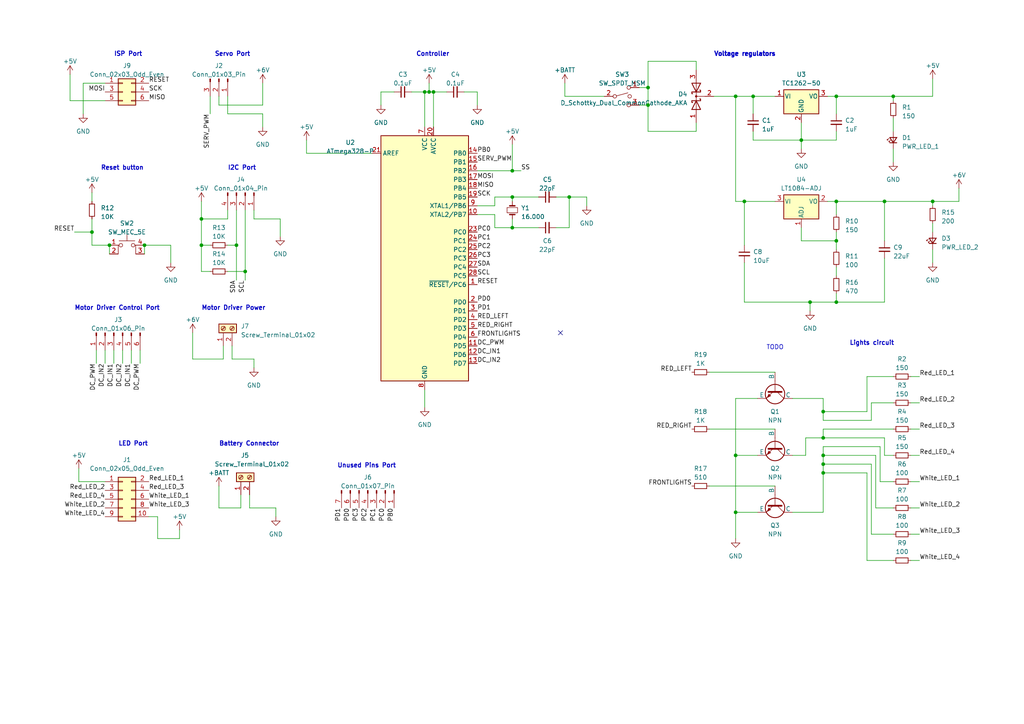
<source format=kicad_sch>
(kicad_sch (version 20230121) (generator eeschema)
  (paper "A4")
  (title_block (title "RC Car Controller") (date "2023-04-27") (comment 1 "P1NHE4D") (comment 2 "Designed by"))
  (lib_symbols
    (symbol "Connector:Conn_01x03_Pin" (pin_names (offset 1.016) hide)
      (property "Reference" "J" (at 0 5.08 0))
      (property "Value" "Conn_01x03_Pin" (at 0 -5.08 0))
      (symbol "Conn_01x03_Pin_1_1"
        (pin passive line (at 5.08 2.54 180) (length 3.81) (name "Pin_1") (number "1"))
        (pin passive line (at 5.08 0 180) (length 3.81) (name "Pin_2") (number "2"))
        (pin passive line (at 5.08 -2.54 180) (length 3.81) (name "Pin_3") (number "3"))
      )
    )
    (symbol "Connector:Conn_01x04_Pin" (pin_names (offset 1.016) hide)
      (property "Reference" "J" (at 0 5.08 0))
      (property "Value" "Conn_01x04_Pin" (at 0 -7.62 0))
      (symbol "Conn_01x04_Pin_1_1"
        (pin passive line (at 5.08 2.54 180) (length 3.81) (name "Pin_1") (number "1"))
        (pin passive line (at 5.08 0 180) (length 3.81) (name "Pin_2") (number "2"))
        (pin passive line (at 5.08 -2.54 180) (length 3.81) (name "Pin_3") (number "3"))
        (pin passive line (at 5.08 -5.08 180) (length 3.81) (name "Pin_4") (number "4"))
      )
    )
    (symbol "Connector:Conn_01x06_Pin" (pin_names (offset 1.016) hide)
      (property "Reference" "J" (at 0 7.62 0))
      (property "Value" "Conn_01x06_Pin" (at 0 -10.16 0))
      (symbol "Conn_01x06_Pin_1_1"
        (pin passive line (at 5.08 5.08 180) (length 3.81) (name "Pin_1") (number "1"))
        (pin passive line (at 5.08 2.54 180) (length 3.81) (name "Pin_2") (number "2"))
        (pin passive line (at 5.08 0 180) (length 3.81) (name "Pin_3") (number "3"))
        (pin passive line (at 5.08 -2.54 180) (length 3.81) (name "Pin_4") (number "4"))
        (pin passive line (at 5.08 -5.08 180) (length 3.81) (name "Pin_5") (number "5"))
        (pin passive line (at 5.08 -7.62 180) (length 3.81) (name "Pin_6") (number "6"))
      )
    )
    (symbol "Connector:Conn_01x07_Pin" (pin_names (offset 1.016) hide)
      (property "Reference" "J" (at 0 10.16 0))
      (property "Value" "Conn_01x07_Pin" (at 0 -10.16 0))
      (symbol "Conn_01x07_Pin_1_1"
        (pin passive line (at 5.08 7.62 180) (length 3.81) (name "Pin_1") (number "1"))
        (pin passive line (at 5.08 5.08 180) (length 3.81) (name "Pin_2") (number "2"))
        (pin passive line (at 5.08 2.54 180) (length 3.81) (name "Pin_3") (number "3"))
        (pin passive line (at 5.08 0 180) (length 3.81) (name "Pin_4") (number "4"))
        (pin passive line (at 5.08 -2.54 180) (length 3.81) (name "Pin_5") (number "5"))
        (pin passive line (at 5.08 -5.08 180) (length 3.81) (name "Pin_6") (number "6"))
        (pin passive line (at 5.08 -7.62 180) (length 3.81) (name "Pin_7") (number "7"))
      )
    )
    (symbol "Connector:Screw_Terminal_01x02" (pin_names (offset 1.016) hide)
      (property "Reference" "J" (at 0 2.54 0))
      (property "Value" "Screw_Terminal_01x02" (at 0 -5.08 0))
      (symbol "Screw_Terminal_01x02_1_1"
        (pin passive line (at -5.08 0 0) (length 3.81) (name "Pin_1") (number "1"))
        (pin passive line (at -5.08 -2.54 0) (length 3.81) (name "Pin_2") (number "2"))
      )
    )
    (symbol "Connector_Generic:Conn_02x03_Odd_Even" (pin_names (offset 1.016) hide)
      (property "Reference" "J" (at 1.27 5.08 0))
      (property "Value" "Conn_02x03_Odd_Even" (at 1.27 -5.08 0))
      (symbol "Conn_02x03_Odd_Even_1_1"
        (pin passive line (at -5.08 2.54 0) (length 3.81) (name "Pin_1") (number "1"))
        (pin passive line (at 7.62 2.54 180) (length 3.81) (name "Pin_2") (number "2"))
        (pin passive line (at -5.08 0 0) (length 3.81) (name "Pin_3") (number "3"))
        (pin passive line (at 7.62 0 180) (length 3.81) (name "Pin_4") (number "4"))
        (pin passive line (at -5.08 -2.54 0) (length 3.81) (name "Pin_5") (number "5"))
        (pin passive line (at 7.62 -2.54 180) (length 3.81) (name "Pin_6") (number "6"))
      )
    )
    (symbol "Connector_Generic:Conn_02x05_Odd_Even" (pin_names (offset 1.016) hide)
      (property "Reference" "J" (at 1.27 7.62 0))
      (property "Value" "Conn_02x05_Odd_Even" (at 1.27 -7.62 0))
      (symbol "Conn_02x05_Odd_Even_1_1"
        (pin passive line (at -5.08 5.08 0) (length 3.81) (name "Pin_1") (number "1"))
        (pin passive line (at 7.62 -5.08 180) (length 3.81) (name "Pin_10") (number "10"))
        (pin passive line (at 7.62 5.08 180) (length 3.81) (name "Pin_2") (number "2"))
        (pin passive line (at -5.08 2.54 0) (length 3.81) (name "Pin_3") (number "3"))
        (pin passive line (at 7.62 2.54 180) (length 3.81) (name "Pin_4") (number "4"))
        (pin passive line (at -5.08 0 0) (length 3.81) (name "Pin_5") (number "5"))
        (pin passive line (at 7.62 0 180) (length 3.81) (name "Pin_6") (number "6"))
        (pin passive line (at -5.08 -2.54 0) (length 3.81) (name "Pin_7") (number "7"))
        (pin passive line (at 7.62 -2.54 180) (length 3.81) (name "Pin_8") (number "8"))
        (pin passive line (at -5.08 -5.08 0) (length 3.81) (name "Pin_9") (number "9"))
      )
    )
    (symbol "Device:C_Small" (pin_numbers hide) (pin_names (offset 0.254) hide)
      (property "Reference" "C" (at 0.254 1.778 0))
      (property "Value" "C_Small" (at 0.254 -2.032 0))
      (symbol "C_Small_1_1"
        (pin passive line (at 0 2.54 270) (length 2.032) (name "~") (number "1"))
        (pin passive line (at 0 -2.54 90) (length 2.032) (name "~") (number "2"))
      )
    )
    (symbol "Device:Crystal_Small" (pin_numbers hide) (pin_names (offset 1.016) hide)
      (property "Reference" "Y" (at 0 2.54 0))
      (property "Value" "Crystal_Small" (at 0 -2.54 0))
      (symbol "Crystal_Small_1_1"
        (pin passive line (at -2.54 0 0) (length 1.27) (name "1") (number "1"))
        (pin passive line (at 2.54 0 180) (length 1.27) (name "2") (number "2"))
      )
    )
    (symbol "Device:D_Schottky_Dual_CommonCathode_AKA" (pin_names (offset 0.762) hide)
      (property "Reference" "D" (at 1.27 -2.54 0))
      (property "Value" "D_Schottky_Dual_CommonCathode_AKA" (at 0 2.54 0))
      (symbol "D_Schottky_Dual_CommonCathode_AKA_0_1"
        (pin passive line (at -7.62 0 0) (length 3.81) (name "A") (number "1"))
        (pin passive line (at 0 -5.08 90) (length 2.54) (name "K") (number "2"))
        (pin passive line (at 7.62 0 180) (length 3.81) (name "A") (number "3"))
      )
    )
    (symbol "Device:LED_Small" (pin_numbers hide) (pin_names (offset 0.254) hide)
      (property "Reference" "D" (at -1.27 3.175 0))
      (property "Value" "LED_Small" (at -4.445 -2.54 0))
      (symbol "LED_Small_1_1"
        (pin passive line (at -2.54 0 0) (length 1.778) (name "K") (number "1"))
        (pin passive line (at 2.54 0 180) (length 1.778) (name "A") (number "2"))
      )
    )
    (symbol "Device:R_Small" (pin_numbers hide) (pin_names (offset 0.254) hide)
      (property "Reference" "R" (at 0.762 0.508 0))
      (property "Value" "R_Small" (at 0.762 -1.016 0))
      (symbol "R_Small_1_1"
        (pin passive line (at 0 2.54 270) (length 0.762) (name "~") (number "1"))
        (pin passive line (at 0 -2.54 90) (length 0.762) (name "~") (number "2"))
      )
    )
    (symbol "MCU_Microchip_ATmega:ATmega328-P"
      (property "Reference" "U" (at -12.7 36.83 0))
      (property "Value" "ATmega328-P" (at 2.54 -36.83 0))
      (symbol "ATmega328-P_1_1"
        (pin bidirectional line (at 15.24 -7.62 180) (length 2.54) (name "~{RESET}/PC6") (number "1"))
        (pin bidirectional line (at 15.24 12.7 180) (length 2.54) (name "XTAL2/PB7") (number "10"))
        (pin bidirectional line (at 15.24 -25.4 180) (length 2.54) (name "PD5") (number "11"))
        (pin bidirectional line (at 15.24 -27.94 180) (length 2.54) (name "PD6") (number "12"))
        (pin bidirectional line (at 15.24 -30.48 180) (length 2.54) (name "PD7") (number "13"))
        (pin bidirectional line (at 15.24 30.48 180) (length 2.54) (name "PB0") (number "14"))
        (pin bidirectional line (at 15.24 27.94 180) (length 2.54) (name "PB1") (number "15"))
        (pin bidirectional line (at 15.24 25.4 180) (length 2.54) (name "PB2") (number "16"))
        (pin bidirectional line (at 15.24 22.86 180) (length 2.54) (name "PB3") (number "17"))
        (pin bidirectional line (at 15.24 20.32 180) (length 2.54) (name "PB4") (number "18"))
        (pin bidirectional line (at 15.24 17.78 180) (length 2.54) (name "PB5") (number "19"))
        (pin bidirectional line (at 15.24 -12.7 180) (length 2.54) (name "PD0") (number "2"))
        (pin power_in line (at 2.54 38.1 270) (length 2.54) (name "AVCC") (number "20"))
        (pin passive line (at -15.24 30.48 0) (length 2.54) (name "AREF") (number "21"))
        (pin passive line (at 0 -38.1 90) (length 2.54) hide (name "GND") (number "22"))
        (pin bidirectional line (at 15.24 7.62 180) (length 2.54) (name "PC0") (number "23"))
        (pin bidirectional line (at 15.24 5.08 180) (length 2.54) (name "PC1") (number "24"))
        (pin bidirectional line (at 15.24 2.54 180) (length 2.54) (name "PC2") (number "25"))
        (pin bidirectional line (at 15.24 0 180) (length 2.54) (name "PC3") (number "26"))
        (pin bidirectional line (at 15.24 -2.54 180) (length 2.54) (name "PC4") (number "27"))
        (pin bidirectional line (at 15.24 -5.08 180) (length 2.54) (name "PC5") (number "28"))
        (pin bidirectional line (at 15.24 -15.24 180) (length 2.54) (name "PD1") (number "3"))
        (pin bidirectional line (at 15.24 -17.78 180) (length 2.54) (name "PD2") (number "4"))
        (pin bidirectional line (at 15.24 -20.32 180) (length 2.54) (name "PD3") (number "5"))
        (pin bidirectional line (at 15.24 -22.86 180) (length 2.54) (name "PD4") (number "6"))
        (pin power_in line (at 0 38.1 270) (length 2.54) (name "VCC") (number "7"))
        (pin power_in line (at 0 -38.1 90) (length 2.54) (name "GND") (number "8"))
        (pin bidirectional line (at 15.24 15.24 180) (length 2.54) (name "XTAL1/PB6") (number "9"))
      )
    )
    (symbol "Regulator_Linear:LT1084-ADJ" (pin_names (offset 0.254))
      (property "Reference" "U" (at -3.81 3.175 0))
      (property "Value" "LT1084-ADJ" (at 0 3.175 0))
      (symbol "LT1084-ADJ_1_1"
        (pin input line (at 0 -7.62 90) (length 2.54) (name "ADJ") (number "1"))
        (pin power_out line (at 7.62 0 180) (length 2.54) (name "VO") (number "2"))
        (pin power_in line (at -7.62 0 0) (length 2.54) (name "VI") (number "3"))
      )
    )
    (symbol "Regulator_Linear:TC1262-50" (pin_names (offset 0.254))
      (property "Reference" "U" (at -3.81 3.175 0))
      (property "Value" "TC1262-50" (at 0 3.175 0))
      (symbol "TC1262-50_1_1"
        (pin power_in line (at -7.62 0 0) (length 2.54) (name "VI") (number "1"))
        (pin power_in line (at 0 -7.62 90) (length 2.54) (name "GND") (number "2"))
        (pin power_out line (at 7.62 0 180) (length 2.54) (name "VO") (number "3"))
      )
    )
    (symbol "Simulation_SPICE:NPN" (pin_numbers hide) (pin_names (offset 0))
      (property "Reference" "Q" (at -2.54 7.62 0))
      (property "Value" "NPN" (at -2.54 5.08 0))
      (symbol "NPN_1_1"
        (pin open_collector line (at 2.54 5.08 270) (length 2.54) (name "C") (number "1"))
        (pin input line (at -5.08 0 0) (length 2.54) (name "B") (number "2"))
        (pin open_emitter line (at 2.54 -5.08 90) (length 2.54) (name "E") (number "3"))
      )
    )
    (symbol "Switch:SW_MEC_5E" (pin_names (offset 1.016) hide)
      (property "Reference" "SW" (at 0.635 5.715 0))
      (property "Value" "SW_MEC_5E" (at 0 -3.175 0))
      (symbol "SW_MEC_5E_0_1"
        (pin passive line (at -5.08 2.54 0) (length 2.54) (name "1") (number "1"))
        (pin passive line (at -5.08 0 0) (length 2.54) (name "2") (number "2"))
        (pin passive line (at 5.08 0 180) (length 2.54) (name "K") (number "3"))
        (pin passive line (at 5.08 2.54 180) (length 2.54) (name "A") (number "4"))
      )
    )
    (symbol "Switch:SW_SPDT_MSM" (pin_names (offset 0) hide)
      (property "Reference" "SW" (at 0 5.08 0))
      (property "Value" "SW_SPDT_MSM" (at 0 -5.08 0))
      (symbol "SW_SPDT_MSM_1_1"
        (pin passive line (at 5.08 2.54 180) (length 2.54) (name "1") (number "1"))
        (pin passive line (at -5.08 0 0) (length 2.54) (name "2") (number "2"))
        (pin passive line (at 5.08 -2.54 180) (length 2.54) (name "3") (number "3"))
      )
    )
    (symbol "power:+5V" (power) (pin_names (offset 0))
      (property "Value" "+5V" (at 0 3.556 0))
      (symbol "+5V_1_1"
        (pin power_in line (at 0 0 90) (length 0) hide (name "+5V") (number "1"))
      )
    )
    (symbol "power:+6V" (power) (pin_names (offset 0))
      (property "Value" "+6V" (at 0 3.556 0))
      (symbol "+6V_1_1"
        (pin power_in line (at 0 0 90) (length 0) hide (name "+6V") (number "1"))
      )
    )
    (symbol "power:+BATT" (power) (pin_names (offset 0))
      (property "Value" "+BATT" (at 0 3.556 0))
      (symbol "+BATT_1_1"
        (pin power_in line (at 0 0 90) (length 0) hide (name "+BATT") (number "1"))
      )
    )
    (symbol "power:GND" (power) (pin_names (offset 0))
      (property "Value" "GND" (at 0 -3.81 0))
      (symbol "GND_1_1"
        (pin power_in line (at 0 0 270) (length 0) hide (name "GND") (number "1"))
      )
    )
  )
  (junction (at 256.54 58.42))
  (junction (at 148.59 66.04))
  (junction (at 238.76 134.62))
  (junction (at 213.36 132.08))
  (junction (at 41.91 71.12))
  (junction (at 26.67 67.31))
  (junction (at 242.57 69.85))
  (junction (at 238.76 132.08))
  (junction (at 215.9 58.42))
  (junction (at 148.59 49.53))
  (junction (at 242.57 58.42))
  (junction (at 218.44 27.94))
  (junction (at 123.19 26.67))
  (junction (at 148.59 57.15))
  (junction (at 187.96 30.48))
  (junction (at 125.73 26.67))
  (junction (at 259.08 27.94))
  (junction (at 238.76 119.38))
  (junction (at 165.1 57.15))
  (junction (at 238.76 137.16))
  (junction (at 58.42 71.12))
  (junction (at 242.57 87.63))
  (junction (at 242.57 27.94))
  (junction (at 234.95 87.63))
  (junction (at 270.51 58.42))
  (junction (at 238.76 127))
  (junction (at 213.36 27.94))
  (junction (at 232.41 40.64))
  (junction (at 68.58 71.12))
  (junction (at 31.75 71.12))
  (junction (at 213.36 148.59))
  (junction (at 124.46 26.67))
  (junction (at 58.42 63.5))
  (junction (at 187.96 25.4))
  (junction (at 71.12 78.74))
  (no_connect (at 162.56 96.52))
  (wire (pts (xy 205.74 107.95) (xy 224.79 107.95)))
  (wire (pts (xy 270.51 27.94) (xy 270.51 22.86)))
  (wire (pts (xy 256.54 58.42) (xy 256.54 69.85)))
  (wire (pts (xy 264.16 139.7) (xy 266.7 139.7)))
  (wire (pts (xy 238.76 129.54) (xy 238.76 132.08)))
  (wire (pts (xy 201.93 38.1) (xy 201.93 35.56)))
  (wire (pts (xy 242.57 27.94) (xy 242.57 33.02)))
  (wire (pts (xy 233.68 127) (xy 233.68 132.08)))
  (wire (pts (xy 232.41 35.56) (xy 232.41 40.64)))
  (wire (pts (xy 234.95 87.63) (xy 242.57 87.63)))
  (wire (pts (xy 165.1 66.04) (xy 161.29 66.04)))
  (wire (pts (xy 254 132.08) (xy 254 147.32)))
  (wire (pts (xy 238.76 124.46) (xy 238.76 127)))
  (wire (pts (xy 213.36 132.08) (xy 213.36 148.59)))
  (wire (pts (xy 251.46 137.16) (xy 251.46 162.56)))
  (wire (pts (xy 255.27 129.54) (xy 255.27 139.7)))
  (wire (pts (xy 251.46 119.38) (xy 251.46 109.22)))
  (wire (pts (xy 187.96 25.4) (xy 187.96 17.78)))
  (wire (pts (xy 73.66 60.96) (xy 73.66 63.5)))
  (wire (pts (xy 259.08 43.18) (xy 259.08 46.99)))
  (wire (pts (xy 252.73 134.62) (xy 252.73 154.94)))
  (wire (pts (xy 72.39 143.51) (xy 72.39 147.32)))
  (wire (pts (xy 242.57 27.94) (xy 259.08 27.94)))
  (wire (pts (xy 63.5 147.32) (xy 63.5 140.97)))
  (wire (pts (xy 187.96 17.78) (xy 201.93 17.78)))
  (wire (pts (xy 123.19 26.67) (xy 123.19 36.83)))
  (wire (pts (xy 60.96 27.94) (xy 60.96 33.02)))
  (wire (pts (xy 68.58 60.96) (xy 68.58 71.12)))
  (wire (pts (xy 187.96 25.4) (xy 187.96 30.48)))
  (wire (pts (xy 238.76 115.57) (xy 229.87 115.57)))
  (wire (pts (xy 238.76 121.92) (xy 252.73 121.92)))
  (wire (pts (xy 215.9 76.2) (xy 215.9 87.63)))
  (wire (pts (xy 80.01 147.32) (xy 80.01 149.86)))
  (wire (pts (xy 213.36 27.94) (xy 213.36 58.42)))
  (wire (pts (xy 255.27 139.7) (xy 259.08 139.7)))
  (wire (pts (xy 88.9 40.64) (xy 88.9 44.45)))
  (wire (pts (xy 252.73 121.92) (xy 252.73 116.84)))
  (wire (pts (xy 66.04 60.96) (xy 66.04 63.5)))
  (wire (pts (xy 24.13 24.13) (xy 24.13 33.02)))
  (wire (pts (xy 242.57 58.42) (xy 242.57 62.23)))
  (wire (pts (xy 52.07 156.21) (xy 52.07 153.67)))
  (wire (pts (xy 64.77 104.14) (xy 64.77 100.33)))
  (wire (pts (xy 76.2 33.02) (xy 76.2 36.83)))
  (wire (pts (xy 238.76 137.16) (xy 238.76 148.59)))
  (wire (pts (xy 242.57 69.85) (xy 242.57 67.31)))
  (wire (pts (xy 143.51 59.69) (xy 143.51 57.15)))
  (wire (pts (xy 264.16 109.22) (xy 266.7 109.22)))
  (wire (pts (xy 270.51 58.42) (xy 270.51 59.69)))
  (wire (pts (xy 278.13 58.42) (xy 278.13 54.61)))
  (wire (pts (xy 33.02 101.6) (xy 33.02 105.41)))
  (wire (pts (xy 242.57 85.09) (xy 242.57 87.63)))
  (wire (pts (xy 71.12 78.74) (xy 71.12 81.28)))
  (wire (pts (xy 138.43 59.69) (xy 143.51 59.69)))
  (wire (pts (xy 213.36 58.42) (xy 215.9 58.42)))
  (wire (pts (xy 242.57 77.47) (xy 242.57 80.01)))
  (wire (pts (xy 256.54 58.42) (xy 270.51 58.42)))
  (wire (pts (xy 238.76 132.08) (xy 254 132.08)))
  (wire (pts (xy 143.51 62.23) (xy 143.51 66.04)))
  (wire (pts (xy 45.72 149.86) (xy 45.72 156.21)))
  (wire (pts (xy 110.49 26.67) (xy 110.49 30.48)))
  (wire (pts (xy 165.1 57.15) (xy 170.18 57.15)))
  (wire (pts (xy 43.18 149.86) (xy 45.72 149.86)))
  (wire (pts (xy 238.76 119.38) (xy 251.46 119.38)))
  (wire (pts (xy 26.67 67.31) (xy 26.67 71.12)))
  (wire (pts (xy 252.73 154.94) (xy 259.08 154.94)))
  (wire (pts (xy 238.76 132.08) (xy 238.76 134.62)))
  (wire (pts (xy 163.83 27.94) (xy 175.26 27.94)))
  (wire (pts (xy 238.76 129.54) (xy 255.27 129.54)))
  (wire (pts (xy 63.5 30.48) (xy 76.2 30.48)))
  (wire (pts (xy 213.36 148.59) (xy 219.71 148.59)))
  (wire (pts (xy 148.59 66.04) (xy 156.21 66.04)))
  (wire (pts (xy 114.3 26.67) (xy 110.49 26.67)))
  (wire (pts (xy 71.12 60.96) (xy 71.12 78.74)))
  (wire (pts (xy 148.59 49.53) (xy 138.43 49.53)))
  (wire (pts (xy 238.76 119.38) (xy 238.76 115.57)))
  (wire (pts (xy 187.96 38.1) (xy 201.93 38.1)))
  (wire (pts (xy 20.32 29.21) (xy 20.32 21.59)))
  (wire (pts (xy 256.54 87.63) (xy 256.54 74.93)))
  (wire (pts (xy 163.83 24.13) (xy 163.83 27.94)))
  (wire (pts (xy 68.58 71.12) (xy 66.04 71.12)))
  (wire (pts (xy 242.57 38.1) (xy 242.57 40.64)))
  (wire (pts (xy 143.51 57.15) (xy 148.59 57.15)))
  (wire (pts (xy 264.16 147.32) (xy 266.7 147.32)))
  (wire (pts (xy 213.36 27.94) (xy 218.44 27.94)))
  (wire (pts (xy 148.59 66.04) (xy 148.59 63.5)))
  (wire (pts (xy 242.57 69.85) (xy 242.57 72.39)))
  (wire (pts (xy 138.43 62.23) (xy 143.51 62.23)))
  (wire (pts (xy 232.41 66.04) (xy 232.41 69.85)))
  (wire (pts (xy 242.57 40.64) (xy 232.41 40.64)))
  (wire (pts (xy 148.59 57.15) (xy 156.21 57.15)))
  (wire (pts (xy 207.01 27.94) (xy 213.36 27.94)))
  (wire (pts (xy 270.51 72.39) (xy 270.51 76.2)))
  (wire (pts (xy 124.46 26.67) (xy 123.19 26.67)))
  (wire (pts (xy 26.67 63.5) (xy 26.67 67.31)))
  (wire (pts (xy 49.53 71.12) (xy 49.53 76.2)))
  (wire (pts (xy 201.93 17.78) (xy 201.93 20.32)))
  (wire (pts (xy 254 147.32) (xy 259.08 147.32)))
  (wire (pts (xy 218.44 27.94) (xy 218.44 33.02)))
  (wire (pts (xy 259.08 27.94) (xy 270.51 27.94)))
  (wire (pts (xy 40.64 101.6) (xy 40.64 105.41)))
  (wire (pts (xy 264.16 132.08) (xy 266.7 132.08)))
  (wire (pts (xy 55.88 104.14) (xy 64.77 104.14)))
  (wire (pts (xy 240.03 58.42) (xy 242.57 58.42)))
  (wire (pts (xy 22.86 139.7) (xy 30.48 139.7)))
  (wire (pts (xy 213.36 148.59) (xy 213.36 156.21)))
  (wire (pts (xy 238.76 127) (xy 256.54 127)))
  (wire (pts (xy 242.57 58.42) (xy 256.54 58.42)))
  (wire (pts (xy 185.42 30.48) (xy 187.96 30.48)))
  (wire (pts (xy 218.44 40.64) (xy 232.41 40.64)))
  (wire (pts (xy 26.67 71.12) (xy 31.75 71.12)))
  (wire (pts (xy 218.44 27.94) (xy 224.79 27.94)))
  (wire (pts (xy 69.85 147.32) (xy 63.5 147.32)))
  (wire (pts (xy 270.51 58.42) (xy 278.13 58.42)))
  (wire (pts (xy 219.71 115.57) (xy 213.36 115.57)))
  (wire (pts (xy 123.19 113.03) (xy 123.19 118.11)))
  (wire (pts (xy 134.62 26.67) (xy 138.43 26.67)))
  (wire (pts (xy 187.96 30.48) (xy 187.96 38.1)))
  (wire (pts (xy 58.42 78.74) (xy 58.42 71.12)))
  (wire (pts (xy 124.46 26.67) (xy 125.73 26.67)))
  (wire (pts (xy 81.28 63.5) (xy 81.28 68.58)))
  (wire (pts (xy 161.29 57.15) (xy 165.1 57.15)))
  (wire (pts (xy 22.86 135.89) (xy 22.86 139.7)))
  (wire (pts (xy 148.59 41.91) (xy 148.59 49.53)))
  (wire (pts (xy 240.03 27.94) (xy 242.57 27.94)))
  (wire (pts (xy 232.41 43.18) (xy 232.41 40.64)))
  (wire (pts (xy 234.95 87.63) (xy 234.95 90.17)))
  (wire (pts (xy 213.36 115.57) (xy 213.36 132.08)))
  (wire (pts (xy 31.75 71.12) (xy 31.75 73.66)))
  (wire (pts (xy 238.76 137.16) (xy 251.46 137.16)))
  (wire (pts (xy 213.36 132.08) (xy 219.71 132.08)))
  (wire (pts (xy 238.76 124.46) (xy 259.08 124.46)))
  (wire (pts (xy 76.2 24.13) (xy 76.2 30.48)))
  (wire (pts (xy 27.94 101.6) (xy 27.94 105.41)))
  (wire (pts (xy 71.12 78.74) (xy 66.04 78.74)))
  (wire (pts (xy 138.43 26.67) (xy 138.43 30.48)))
  (wire (pts (xy 229.87 132.08) (xy 233.68 132.08)))
  (wire (pts (xy 238.76 148.59) (xy 229.87 148.59)))
  (wire (pts (xy 251.46 162.56) (xy 259.08 162.56)))
  (wire (pts (xy 185.42 25.4) (xy 187.96 25.4)))
  (wire (pts (xy 30.48 24.13) (xy 24.13 24.13)))
  (wire (pts (xy 264.16 154.94) (xy 266.7 154.94)))
  (wire (pts (xy 125.73 26.67) (xy 125.73 36.83)))
  (wire (pts (xy 264.16 124.46) (xy 266.7 124.46)))
  (wire (pts (xy 270.51 64.77) (xy 270.51 67.31)))
  (wire (pts (xy 72.39 147.32) (xy 80.01 147.32)))
  (wire (pts (xy 259.08 34.29) (xy 259.08 38.1)))
  (wire (pts (xy 252.73 116.84) (xy 259.08 116.84)))
  (wire (pts (xy 119.38 26.67) (xy 123.19 26.67)))
  (wire (pts (xy 60.96 71.12) (xy 58.42 71.12)))
  (wire (pts (xy 170.18 57.15) (xy 170.18 59.69)))
  (wire (pts (xy 55.88 96.52) (xy 55.88 104.14)))
  (wire (pts (xy 35.56 101.6) (xy 35.56 105.41)))
  (wire (pts (xy 67.31 104.14) (xy 73.66 104.14)))
  (wire (pts (xy 67.31 100.33) (xy 67.31 104.14)))
  (wire (pts (xy 73.66 63.5) (xy 81.28 63.5)))
  (wire (pts (xy 68.58 71.12) (xy 68.58 81.28)))
  (wire (pts (xy 256.54 127) (xy 256.54 132.08)))
  (wire (pts (xy 125.73 26.67) (xy 129.54 26.67)))
  (wire (pts (xy 41.91 71.12) (xy 49.53 71.12)))
  (wire (pts (xy 259.08 27.94) (xy 259.08 29.21)))
  (wire (pts (xy 264.16 162.56) (xy 266.7 162.56)))
  (wire (pts (xy 148.59 57.15) (xy 148.59 58.42)))
  (wire (pts (xy 238.76 134.62) (xy 238.76 137.16)))
  (wire (pts (xy 30.48 101.6) (xy 30.48 105.41)))
  (wire (pts (xy 21.59 67.31) (xy 26.67 67.31)))
  (wire (pts (xy 41.91 71.12) (xy 41.91 73.66)))
  (wire (pts (xy 38.1 101.6) (xy 38.1 105.41)))
  (wire (pts (xy 256.54 132.08) (xy 259.08 132.08)))
  (wire (pts (xy 238.76 127) (xy 233.68 127)))
  (wire (pts (xy 148.59 49.53) (xy 151.13 49.53)))
  (wire (pts (xy 242.57 87.63) (xy 256.54 87.63)))
  (wire (pts (xy 232.41 69.85) (xy 242.57 69.85)))
  (wire (pts (xy 205.74 124.46) (xy 224.79 124.46)))
  (wire (pts (xy 264.16 116.84) (xy 266.7 116.84)))
  (wire (pts (xy 251.46 109.22) (xy 259.08 109.22)))
  (wire (pts (xy 30.48 29.21) (xy 20.32 29.21)))
  (wire (pts (xy 238.76 134.62) (xy 252.73 134.62)))
  (wire (pts (xy 58.42 63.5) (xy 58.42 58.42)))
  (wire (pts (xy 58.42 71.12) (xy 58.42 63.5)))
  (wire (pts (xy 215.9 58.42) (xy 224.79 58.42)))
  (wire (pts (xy 66.04 33.02) (xy 76.2 33.02)))
  (wire (pts (xy 45.72 156.21) (xy 52.07 156.21)))
  (wire (pts (xy 88.9 44.45) (xy 107.95 44.45)))
  (wire (pts (xy 124.46 24.13) (xy 124.46 26.67)))
  (wire (pts (xy 69.85 143.51) (xy 69.85 147.32)))
  (wire (pts (xy 26.67 55.88) (xy 26.67 58.42)))
  (wire (pts (xy 165.1 57.15) (xy 165.1 66.04)))
  (wire (pts (xy 215.9 58.42) (xy 215.9 71.12)))
  (wire (pts (xy 143.51 66.04) (xy 148.59 66.04)))
  (wire (pts (xy 63.5 27.94) (xy 63.5 30.48)))
  (wire (pts (xy 60.96 78.74) (xy 58.42 78.74)))
  (wire (pts (xy 66.04 27.94) (xy 66.04 33.02)))
  (wire (pts (xy 218.44 38.1) (xy 218.44 40.64)))
  (wire (pts (xy 205.74 140.97) (xy 224.79 140.97)))
  (wire (pts (xy 66.04 63.5) (xy 58.42 63.5)))
  (wire (pts (xy 215.9 87.63) (xy 234.95 87.63)))
  (wire (pts (xy 238.76 119.38) (xy 238.76 121.92)))
  (wire (pts (xy 73.66 104.14) (xy 73.66 106.68)))
  (text "Servo Port" (at 62.23 16.51 0) (effects (font (size 1.27 1.27) bold) (justify left bottom)))
  (text "LED Port" (at 34.29 129.54 0) (effects (font (size 1.27 1.27) (thickness 0.254) bold) (justify left bottom)))
  (text "Voltage regulators" (at 207.01 16.51 0) (effects (font (size 1.27 1.27) (thickness 0.508) bold) (justify left bottom)))
  (text "Reset button" (at 29.21 49.53 0) (effects (font (size 1.27 1.27) bold) (justify left bottom)))
  (text "Lights circuit" (at 246.38 100.33 0) (effects (font (size 1.27 1.27) bold) (justify left bottom)))
  (text "TODO" (at 222.25 101.6 0) (effects (font (size 1.27 1.27)) (justify left bottom)))
  (text "Battery Connector" (at 63.5 129.54 0) (effects (font (size 1.27 1.27) (thickness 0.254) bold) (justify left bottom)))
  (text "Motor Driver Power" (at 58.42 90.17 0) (effects (font (size 1.27 1.27) bold) (justify left bottom)))
  (text "Controller" (at 120.65 16.51 0) (effects (font (size 1.27 1.27) bold) (justify left bottom)))
  (text "ISP Port" (at 33.02 16.51 0) (effects (font (size 1.27 1.27) bold) (justify left bottom)))
  (text "Motor Driver Control Port" (at 21.59 90.17 0) (effects (font (size 1.27 1.27) bold) (justify left bottom)))
  (text "I2C Port" (at 66.04 49.53 0) (effects (font (size 1.27 1.27) (thickness 0.254) bold) (justify left bottom)))
  (text "Unused Pins Port" (at 97.79 135.89 0) (effects (font (size 1.27 1.27) (thickness 0.254) bold) (justify left bottom)))
  (label "DC_IN1" (at 138.43 102.87 0))
  (label "Red_LED_1" (at 266.7 109.22 0))
  (label "MISO" (at 43.18 29.21 0))
  (label "Red_LED_3" (at 43.18 142.24 0))
  (label "PD0" (at 138.43 87.63 0))
  (label "PC1" (at 109.22 147.32 270))
  (label "Red_LED_2" (at 266.7 116.84 0))
  (label "DC_IN1" (at 33.02 105.41 270))
  (label "MOSI" (at 30.48 26.67 180))
  (label "PC2" (at 138.43 72.39 0))
  (label "PC3" (at 138.43 74.93 0))
  (label "SCK" (at 43.18 26.67 0))
  (label "DC_IN1" (at 38.1 105.41 270))
  (label "RESET" (at 43.18 24.13 0))
  (label "PD0" (at 101.6 147.32 270))
  (label "FRONTLIGHTS" (at 138.43 97.79 0))
  (label "PC2" (at 106.68 147.32 270))
  (label "DC_IN2" (at 138.43 105.41 0))
  (label "RESET" (at 21.59 67.31 180))
  (label "RED_LEFT" (at 138.43 92.71 0))
  (label "RESET" (at 138.43 82.55 0))
  (label "SCL" (at 138.43 80.01 0))
  (label "SCL" (at 71.12 81.28 270))
  (label "SERV_PWM" (at 138.43 46.99 0))
  (label "PC1" (at 138.43 69.85 0))
  (label "Red_LED_4" (at 266.7 132.08 0))
  (label "White_LED_2" (at 266.7 147.32 0))
  (label "White_LED_1" (at 43.18 144.78 0))
  (label "PD1" (at 99.06 147.32 270))
  (label "RED_RIGHT" (at 138.43 95.25 0))
  (label "SERV_PWM" (at 60.96 33.02 270))
  (label "White_LED_3" (at 43.18 147.32 0))
  (label "Red_LED_2" (at 30.48 142.24 180))
  (label "MOSI" (at 138.43 52.07 0))
  (label "PC0" (at 111.76 147.32 270))
  (label "DC_IN2" (at 30.48 105.41 270))
  (label "White_LED_2" (at 30.48 147.32 180))
  (label "RED_LEFT" (at 200.66 107.95 180))
  (label "White_LED_4" (at 266.7 162.56 0))
  (label "DC_PWM" (at 138.43 100.33 0))
  (label "RED_RIGHT" (at 200.66 124.46 180))
  (label "Red_LED_1" (at 43.18 139.7 0))
  (label "PD1" (at 138.43 90.17 0))
  (label "DC_PWM" (at 40.64 105.41 270))
  (label "PC0" (at 138.43 67.31 0))
  (label "White_LED_3" (at 266.7 154.94 0))
  (label "SDA" (at 68.58 81.28 270))
  (label "White_LED_1" (at 266.7 139.7 0))
  (label "SDA" (at 138.43 77.47 0))
  (label "DC_PWM" (at 27.94 105.41 270))
  (label "SCK" (at 138.43 57.15 0))
  (label "Red_LED_3" (at 266.7 124.46 0))
  (label "PB0" (at 138.43 44.45 0))
  (label "PB0" (at 114.3 147.32 270))
  (label "SS" (at 151.13 49.53 0))
  (label "White_LED_4" (at 30.48 149.86 180))
  (label "PC3" (at 104.14 147.32 270))
  (label "FRONTLIGHTS" (at 200.66 140.97 180))
  (label "Red_LED_4" (at 30.48 144.78 180))
  (label "MISO" (at 138.43 54.61 0))
  (label "DC_IN2" (at 35.56 105.41 270))
  (symbol (lib_id "Device:R_Small") (at 63.5 78.74 270) (unit 1)
    (property "Reference" "R14" (at 63.5 73.66 90))
    (property "Value" "10K" (at 63.5 76.2 90))
    (property "Footprint" "Resistor_SMD:R_1206_3216Metric_Pad1.30x1.75mm_HandSolder" (effects hide))
  )
  (symbol (lib_id "Device:LED_Small") (at 259.08 40.64 90) (unit 1)
    (property "Reference" "D1" (at 261.62 39.9415 90) (effects (justify right)))
    (property "Value" "PWR_LED_1" (at 261.62 42.4815 90) (effects (justify right)))
    (property "Footprint" "LED_SMD:LED_1206_3216Metric_Pad1.42x1.75mm_HandSolder" (effects hide))
  )
  (symbol (lib_id "power:+5V") (at 124.46 24.13 0) (unit 1)
    (property "Reference" "#PWR08" (effects hide))
    (property "Value" "+5V" (at 124.46 20.32 0))
  )
  (symbol (lib_id "Simulation_SPICE:NPN") (at 224.79 129.54 270) (unit 1)
    (property "Reference" "Q2" (at 224.79 135.89 90))
    (property "Value" "NPN" (at 224.79 138.43 90))
    (property "Footprint" "Package_TO_SOT_SMD:SOT-23" (effects hide))
    (property "Sim.Device" "NPN" (effects hide))
    (property "Sim.Type" "GUMMELPOON" (effects hide))
    (property "Sim.Pins" "1=C 2=B 3=E" (effects hide))
  )
  (symbol (lib_id "Device:C_Small") (at 158.75 57.15 90) (unit 1)
    (property "Reference" "C5" (at 158.7563 52.07 90))
    (property "Value" "22pF" (at 158.7563 54.61 90))
    (property "Footprint" "Capacitor_SMD:C_1206_3216Metric_Pad1.33x1.80mm_HandSolder" (effects hide))
  )
  (symbol (lib_id "Device:R_Small") (at 63.5 71.12 270) (unit 1)
    (property "Reference" "R13" (at 63.5 66.04 90))
    (property "Value" "10K" (at 63.5 68.58 90))
    (property "Footprint" "Resistor_SMD:R_1206_3216Metric_Pad1.30x1.75mm_HandSolder" (effects hide))
  )
  (symbol (lib_id "Switch:SW_MEC_5E") (at 36.83 73.66 0) (unit 1)
    (property "Reference" "SW2" (at 36.83 64.77 0))
    (property "Value" "SW_MEC_5E" (at 36.83 67.31 0))
    (property "Footprint" "Custom_Components:ElegooButton" (effects hide))
    (property "Datasheet" "http://www.apem.com/int/index.php?controller=attachment&id_attachment=1371" (effects hide))
  )
  (symbol (lib_id "power:+BATT") (at 63.5 140.97 0) (unit 1)
    (property "Reference" "#PWR02" (effects hide))
    (property "Value" "+BATT" (at 63.5 137.16 0))
  )
  (symbol (lib_id "Device:R_Small") (at 203.2 140.97 270) (unit 1)
    (property "Reference" "R17" (at 203.2 135.89 90))
    (property "Value" "510" (at 203.2 138.43 90))
    (property "Footprint" "Resistor_SMD:R_1206_3216Metric_Pad1.30x1.75mm_HandSolder" (effects hide))
  )
  (symbol (lib_id "Device:C_Small") (at 218.44 35.56 0) (unit 1)
    (property "Reference" "C1" (at 220.98 34.9313 0) (effects (justify left)))
    (property "Value" "1uF" (at 220.98 37.4713 0) (effects (justify left)))
    (property "Footprint" "Capacitor_SMD:C_1206_3216Metric_Pad1.33x1.80mm_HandSolder" (effects hide))
  )
  (symbol (lib_id "Regulator_Linear:LT1084-ADJ") (at 232.41 58.42 0) (unit 1)
    (property "Reference" "U4" (at 232.41 52.07 0))
    (property "Value" "LT1084-ADJ" (at 232.41 54.61 0))
    (property "Footprint" "Package_TO_SOT_SMD:TO-252-2" (effects hide))
    (property "Datasheet" "https://www.analog.com/media/en/technical-documentation/data-sheets/108345fh.pdf" (effects hide))
  )
  (symbol (lib_id "Device:R_Small") (at 242.57 74.93 0) (unit 1)
    (property "Reference" "R11" (at 245.11 74.295 0) (effects (justify left)))
    (property "Value" "100" (at 245.11 76.835 0) (effects (justify left)))
    (property "Footprint" "Resistor_SMD:R_1206_3216Metric_Pad1.30x1.75mm_HandSolder" (effects hide))
  )
  (symbol (lib_id "power:GND") (at 123.19 118.11 0) (unit 1)
    (property "Reference" "#PWR013" (effects hide))
    (property "Value" "GND" (at 123.19 123.19 0))
  )
  (symbol (lib_id "power:+6V") (at 76.2 24.13 0) (unit 1)
    (property "Reference" "#PWR014" (effects hide))
    (property "Value" "+6V" (at 76.2 20.32 0))
  )
  (symbol (lib_id "Device:D_Schottky_Dual_CommonCathode_AKA") (at 201.93 27.94 90) (unit 1)
    (property "Reference" "D4" (at 199.39 27.305 90) (effects (justify left)))
    (property "Value" "D_Schottky_Dual_CommonCathode_AKA" (at 199.39 29.845 90) (effects (justify left)))
    (property "Footprint" "Package_TO_SOT_SMD:TO-252-2" (effects hide))
  )
  (symbol (lib_id "power:+5V") (at 270.51 22.86 0) (unit 1)
    (property "Reference" "#PWR04" (effects hide))
    (property "Value" "+5V" (at 270.51 19.05 0))
  )
  (symbol (lib_id "Device:C_Small") (at 242.57 35.56 0) (unit 1)
    (property "Reference" "C2" (at 245.11 34.9313 0) (effects (justify left)))
    (property "Value" "1uF" (at 245.11 37.4713 0) (effects (justify left)))
    (property "Footprint" "Capacitor_SMD:C_1206_3216Metric_Pad1.33x1.80mm_HandSolder" (effects hide))
  )
  (symbol (lib_id "power:GND") (at 73.66 106.68 0) (unit 1)
    (property "Reference" "#PWR027" (effects hide))
    (property "Value" "GND" (at 73.66 111.76 0))
  )
  (symbol (lib_id "Connector:Screw_Terminal_01x02") (at 64.77 95.25 90) (unit 1)
    (property "Reference" "J7" (at 69.85 94.615 90) (effects (justify right)))
    (property "Value" "Screw_Terminal_01x02" (at 69.85 97.155 90) (effects (justify right)))
    (property "Footprint" "Custom_Components:CTB0700-2" (effects hide))
  )
  (symbol (lib_id "power:GND") (at 213.36 156.21 0) (unit 1)
    (property "Reference" "#PWR07" (effects hide))
    (property "Value" "GND" (at 213.36 161.29 0))
  )
  (symbol (lib_id "power:GND") (at 259.08 46.99 0) (unit 1)
    (property "Reference" "#PWR03" (effects hide))
    (property "Value" "GND" (at 259.08 52.07 0))
  )
  (symbol (lib_id "power:+BATT") (at 163.83 24.13 0) (unit 1)
    (property "Reference" "#PWR06" (effects hide))
    (property "Value" "+BATT" (at 163.83 20.32 0))
  )
  (symbol (lib_id "Device:R_Small") (at 259.08 31.75 0) (unit 1)
    (property "Reference" "R1" (at 261.62 31.115 0) (effects (justify left)))
    (property "Value" "150" (at 261.62 33.655 0) (effects (justify left)))
    (property "Footprint" "Resistor_SMD:R_1206_3216Metric_Pad1.30x1.75mm_HandSolder" (effects hide))
  )
  (symbol (lib_id "Device:C_Small") (at 116.84 26.67 90) (unit 1)
    (property "Reference" "C3" (at 116.8463 21.59 90))
    (property "Value" "0.1uF" (at 116.8463 24.13 90))
    (property "Footprint" "Capacitor_SMD:C_1206_3216Metric_Pad1.33x1.80mm_HandSolder" (effects hide))
  )
  (symbol (lib_id "power:GND") (at 24.13 33.02 0) (unit 1)
    (property "Reference" "#PWR021" (effects hide))
    (property "Value" "GND" (at 24.13 38.1 0))
  )
  (symbol (lib_id "power:+5V") (at 26.67 55.88 0) (unit 1)
    (property "Reference" "#PWR028" (effects hide))
    (property "Value" "+5V" (at 26.67 52.07 0))
  )
  (symbol (lib_id "Connector:Conn_01x07_Pin") (at 106.68 142.24 270) (unit 1)
    (property "Reference" "J6" (at 106.68 138.43 90))
    (property "Value" "Conn_01x07_Pin" (at 106.68 140.97 90))
    (property "Footprint" "Connector_PinHeader_2.54mm:PinHeader_1x07_P2.54mm_Vertical" (effects hide))
  )
  (symbol (lib_id "power:GND") (at 170.18 59.69 0) (unit 1)
    (property "Reference" "#PWR012" (effects hide))
    (property "Value" "GND" (at 170.18 64.77 0))
  )
  (symbol (lib_id "Device:R_Small") (at 261.62 132.08 90) (unit 1)
    (property "Reference" "R5" (at 261.62 127 90))
    (property "Value" "150" (at 261.62 129.54 90))
    (property "Footprint" "Resistor_SMD:R_1206_3216Metric_Pad1.30x1.75mm_HandSolder" (effects hide))
  )
  (symbol (lib_id "Device:R_Small") (at 26.67 60.96 0) (unit 1)
    (property "Reference" "R12" (at 29.21 60.325 0) (effects (justify left)))
    (property "Value" "10K" (at 29.21 62.865 0) (effects (justify left)))
    (property "Footprint" "Resistor_SMD:R_1206_3216Metric_Pad1.30x1.75mm_HandSolder" (effects hide))
  )
  (symbol (lib_id "Device:LED_Small") (at 270.51 69.85 90) (unit 1)
    (property "Reference" "D3" (at 273.05 69.1515 90) (effects (justify right)))
    (property "Value" "PWR_LED_2" (at 273.05 71.6915 90) (effects (justify right)))
    (property "Footprint" "LED_SMD:LED_1206_3216Metric_Pad1.42x1.75mm_HandSolder" (effects hide))
  )
  (symbol (lib_id "Device:R_Small") (at 261.62 139.7 90) (unit 1)
    (property "Reference" "R6" (at 261.62 134.62 90))
    (property "Value" "100" (at 261.62 137.16 90))
    (property "Footprint" "Resistor_SMD:R_1206_3216Metric_Pad1.30x1.75mm_HandSolder" (effects hide))
  )
  (symbol (lib_id "power:+5V") (at 88.9 40.64 0) (unit 1)
    (property "Reference" "#PWR011" (effects hide))
    (property "Value" "+5V" (at 88.9 36.83 0))
  )
  (symbol (lib_id "power:+5V") (at 58.42 58.42 0) (unit 1)
    (property "Reference" "#PWR030" (effects hide))
    (property "Value" "+5V" (at 58.42 54.61 0))
  )
  (symbol (lib_id "Connector:Screw_Terminal_01x02") (at 69.85 138.43 90) (unit 1)
    (property "Reference" "J5" (at 69.85 132.08 90) (effects (justify right)))
    (property "Value" "Screw_Terminal_01x02" (at 62.23 134.62 90) (effects (justify right)))
    (property "Footprint" "Custom_Components:CTB0700-2" (effects hide))
  )
  (symbol (lib_id "Device:R_Small") (at 242.57 82.55 0) (unit 1)
    (property "Reference" "R16" (at 245.11 81.915 0) (effects (justify left)))
    (property "Value" "470" (at 245.11 84.455 0) (effects (justify left)))
    (property "Footprint" "Resistor_SMD:R_1206_3216Metric_Pad1.30x1.75mm_HandSolder" (effects hide))
  )
  (symbol (lib_id "Connector:Conn_01x03_Pin") (at 63.5 22.86 270) (unit 1)
    (property "Reference" "J2" (at 63.5 19.05 90))
    (property "Value" "Conn_01x03_Pin" (at 63.5 21.59 90))
    (property "Footprint" "Connector_PinHeader_2.54mm:PinHeader_1x03_P2.54mm_Vertical" (effects hide))
  )
  (symbol (lib_id "Device:Crystal_Small") (at 148.59 60.96 90) (unit 1)
    (property "Reference" "Y1" (at 151.13 60.325 90) (effects (justify right)))
    (property "Value" "16.000" (at 151.13 62.865 90) (effects (justify right)))
    (property "Footprint" "Crystal:Crystal_HC49-4H_Vertical" (effects hide))
  )
  (symbol (lib_id "power:GND") (at 76.2 36.83 0) (unit 1)
    (property "Reference" "#PWR023" (effects hide))
    (property "Value" "GND" (at 76.2 41.91 0))
  )
  (symbol (lib_id "power:+5V") (at 148.59 41.91 0) (unit 1)
    (property "Reference" "#PWR018" (effects hide))
    (property "Value" "+5V" (at 148.59 38.1 0))
  )
  (symbol (lib_id "power:+6V") (at 278.13 54.61 0) (unit 1)
    (property "Reference" "#PWR024" (effects hide))
    (property "Value" "+6V" (at 278.13 50.8 0))
  )
  (symbol (lib_id "Device:C_Small") (at 256.54 72.39 0) (unit 1)
    (property "Reference" "C9" (at 259.08 71.7613 0) (effects (justify left)))
    (property "Value" "22uF" (at 259.08 74.3013 0) (effects (justify left)))
    (property "Footprint" "Capacitor_SMD:C_1206_3216Metric_Pad1.33x1.80mm_HandSolder" (effects hide))
  )
  (symbol (lib_id "Connector_Generic:Conn_02x03_Odd_Even") (at 35.56 26.67 0) (unit 1)
    (property "Reference" "J9" (at 36.83 19.05 0))
    (property "Value" "Conn_02x03_Odd_Even" (at 36.83 21.59 0))
    (property "Footprint" "Connector_PinHeader_2.54mm:PinHeader_2x03_P2.54mm_Vertical" (effects hide))
  )
  (symbol (lib_id "Device:R_Small") (at 261.62 162.56 90) (unit 1)
    (property "Reference" "R9" (at 261.62 157.48 90))
    (property "Value" "100" (at 261.62 160.02 90))
    (property "Footprint" "Resistor_SMD:R_1206_3216Metric_Pad1.30x1.75mm_HandSolder" (effects hide))
  )
  (symbol (lib_id "power:GND") (at 81.28 68.58 0) (unit 1)
    (property "Reference" "#PWR031" (effects hide))
    (property "Value" "GND" (at 81.28 73.66 0))
  )
  (symbol (lib_id "power:GND") (at 80.01 149.86 0) (unit 1)
    (property "Reference" "#PWR05" (effects hide))
    (property "Value" "GND" (at 80.01 154.94 0))
  )
  (symbol (lib_id "power:+6V") (at 55.88 96.52 0) (unit 1)
    (property "Reference" "#PWR026" (effects hide))
    (property "Value" "+6V" (at 55.88 92.71 0))
  )
  (symbol (lib_id "MCU_Microchip_ATmega:ATmega328-P") (at 123.19 74.93 0) (unit 1)
    (property "Reference" "U2" (at 101.6 41.3259 0))
    (property "Value" "ATmega328-P" (at 101.6 43.8659 0))
    (property "Footprint" "Package_DIP:DIP-28_W7.62mm" (effects hide))
    (property "Datasheet" "http://ww1.microchip.com/downloads/en/DeviceDoc/ATmega328_P%20AVR%20MCU%20with%20picoPower%20Technology%20Data%20Sheet%2040001984A.pdf" (effects hide))
  )
  (symbol (lib_id "power:+5V") (at 20.32 21.59 0) (unit 1)
    (property "Reference" "#PWR020" (effects hide))
    (property "Value" "+5V" (at 20.32 17.78 0))
  )
  (symbol (lib_id "power:+5V") (at 22.86 135.89 0) (unit 1)
    (property "Reference" "#PWR019" (effects hide))
    (property "Value" "+5V" (at 22.86 132.08 0))
  )
  (symbol (lib_id "Connector_Generic:Conn_02x05_Odd_Even") (at 35.56 144.78 0) (unit 1)
    (property "Reference" "J1" (at 36.83 133.35 0))
    (property "Value" "Conn_02x05_Odd_Even" (at 36.83 135.89 0))
    (property "Footprint" "Connector_PinHeader_2.54mm:PinHeader_2x05_P2.54mm_Vertical" (effects hide))
  )
  (symbol (lib_id "power:GND") (at 110.49 30.48 0) (unit 1)
    (property "Reference" "#PWR09" (effects hide))
    (property "Value" "GND" (at 110.49 35.56 0))
  )
  (symbol (lib_id "Device:C_Small") (at 132.08 26.67 90) (unit 1)
    (property "Reference" "C4" (at 132.0863 21.59 90))
    (property "Value" "0.1uF" (at 132.0863 24.13 90))
    (property "Footprint" "Capacitor_SMD:C_1206_3216Metric_Pad1.33x1.80mm_HandSolder" (effects hide))
  )
  (symbol (lib_id "Regulator_Linear:TC1262-50") (at 232.41 27.94 0) (unit 1)
    (property "Reference" "U3" (at 232.41 21.59 0))
    (property "Value" "TC1262-50" (at 232.41 24.13 0))
    (property "Footprint" "Package_TO_SOT_SMD:SOT-223" (effects hide))
    (property "Datasheet" "http://ww1.microchip.com/downloads/en/DeviceDoc/21373C.pdf" (effects hide))
  )
  (symbol (lib_id "power:GND") (at 49.53 76.2 0) (unit 1)
    (property "Reference" "#PWR029" (effects hide))
    (property "Value" "GND" (at 49.53 81.28 0))
  )
  (symbol (lib_id "Device:R_Small") (at 261.62 147.32 90) (unit 1)
    (property "Reference" "R7" (at 261.62 142.24 90))
    (property "Value" "100" (at 261.62 144.78 90))
    (property "Footprint" "Resistor_SMD:R_1206_3216Metric_Pad1.30x1.75mm_HandSolder" (effects hide))
  )
  (symbol (lib_id "power:GND") (at 232.41 43.18 0) (unit 1)
    (property "Reference" "#PWR01" (effects hide))
    (property "Value" "GND" (at 232.41 48.26 0))
  )
  (symbol (lib_id "Device:R_Small") (at 203.2 107.95 270) (unit 1)
    (property "Reference" "R19" (at 203.2 102.87 90))
    (property "Value" "1K" (at 203.2 105.41 90))
    (property "Footprint" "Resistor_SMD:R_1206_3216Metric_Pad1.30x1.75mm_HandSolder" (effects hide))
  )
  (symbol (lib_id "Switch:SW_SPDT_MSM") (at 180.34 27.94 0) (unit 1)
    (property "Reference" "SW3" (at 180.467 21.59 0))
    (property "Value" "SW_SPDT_MSM" (at 180.467 24.13 0))
    (property "Footprint" "Custom_Components:1101M2S3CQE2" (effects hide))
  )
  (symbol (lib_id "Device:R_Small") (at 270.51 62.23 0) (unit 1)
    (property "Reference" "R15" (at 273.05 61.595 0) (effects (justify left)))
    (property "Value" "200" (at 273.05 64.135 0) (effects (justify left)))
    (property "Footprint" "Resistor_SMD:R_1206_3216Metric_Pad1.30x1.75mm_HandSolder" (effects hide))
  )
  (symbol (lib_id "Device:R_Small") (at 261.62 124.46 90) (unit 1)
    (property "Reference" "R4" (at 261.62 119.38 90))
    (property "Value" "150" (at 261.62 121.92 90))
    (property "Footprint" "Resistor_SMD:R_1206_3216Metric_Pad1.30x1.75mm_HandSolder" (effects hide))
  )
  (symbol (lib_id "Device:R_Small") (at 261.62 154.94 90) (unit 1)
    (property "Reference" "R8" (at 261.62 149.86 90))
    (property "Value" "100" (at 261.62 152.4 90))
    (property "Footprint" "Resistor_SMD:R_1206_3216Metric_Pad1.30x1.75mm_HandSolder" (effects hide))
  )
  (symbol (lib_id "Connector:Conn_01x04_Pin") (at 71.12 55.88 270) (unit 1)
    (property "Reference" "J4" (at 69.85 52.07 90))
    (property "Value" "Conn_01x04_Pin" (at 69.85 54.61 90))
    (property "Footprint" "Connector_PinHeader_2.54mm:PinHeader_1x04_P2.54mm_Vertical" (effects hide))
  )
  (symbol (lib_id "Connector:Conn_01x06_Pin") (at 33.02 96.52 90) (mirror x) (unit 1)
    (property "Reference" "J3" (at 34.29 92.71 90))
    (property "Value" "Conn_01x06_Pin" (at 34.29 95.25 90))
    (property "Footprint" "Connector_PinHeader_2.54mm:PinHeader_1x06_P2.54mm_Vertical" (effects hide))
  )
  (symbol (lib_id "power:GND") (at 234.95 90.17 0) (unit 1)
    (property "Reference" "#PWR025" (effects hide))
    (property "Value" "GND" (at 234.95 95.25 0))
  )
  (symbol (lib_id "Device:R_Small") (at 242.57 64.77 0) (unit 1)
    (property "Reference" "R10" (at 245.11 64.135 0) (effects (justify left)))
    (property "Value" "150" (at 245.11 66.675 0) (effects (justify left)))
    (property "Footprint" "Resistor_SMD:R_1206_3216Metric_Pad1.30x1.75mm_HandSolder" (effects hide))
  )
  (symbol (lib_id "power:GND") (at 138.43 30.48 0) (unit 1)
    (property "Reference" "#PWR010" (effects hide))
    (property "Value" "GND" (at 138.43 35.56 0))
  )
  (symbol (lib_id "Simulation_SPICE:NPN") (at 224.79 113.03 270) (unit 1)
    (property "Reference" "Q1" (at 224.79 119.38 90))
    (property "Value" "NPN" (at 224.79 121.92 90))
    (property "Footprint" "Package_TO_SOT_SMD:SOT-23" (effects hide))
    (property "Sim.Device" "NPN" (effects hide))
    (property "Sim.Type" "GUMMELPOON" (effects hide))
    (property "Sim.Pins" "1=C 2=B 3=E" (effects hide))
  )
  (symbol (lib_id "Device:C_Small") (at 215.9 73.66 0) (unit 1)
    (property "Reference" "C8" (at 218.44 73.0313 0) (effects (justify left)))
    (property "Value" "10uF" (at 218.44 75.5713 0) (effects (justify left)))
    (property "Footprint" "Capacitor_SMD:C_1206_3216Metric_Pad1.33x1.80mm_HandSolder" (effects hide))
  )
  (symbol (lib_id "Device:R_Small") (at 203.2 124.46 270) (unit 1)
    (property "Reference" "R18" (at 203.2 119.38 90))
    (property "Value" "1K" (at 203.2 121.92 90))
    (property "Footprint" "Resistor_SMD:R_1206_3216Metric_Pad1.30x1.75mm_HandSolder" (effects hide))
  )
  (symbol (lib_id "Device:R_Small") (at 261.62 109.22 90) (unit 1)
    (property "Reference" "R2" (at 261.62 104.14 90))
    (property "Value" "150" (at 261.62 106.68 90))
    (property "Footprint" "Resistor_SMD:R_1206_3216Metric_Pad1.30x1.75mm_HandSolder" (effects hide))
  )
  (symbol (lib_id "power:+5V") (at 52.07 153.67 0) (unit 1)
    (property "Reference" "#PWR033" (effects hide))
    (property "Value" "+5V" (at 52.07 149.86 0))
  )
  (symbol (lib_id "power:GND") (at 270.51 76.2 0) (unit 1)
    (property "Reference" "#PWR032" (effects hide))
    (property "Value" "GND" (at 270.51 81.28 0))
  )
  (symbol (lib_id "Simulation_SPICE:NPN") (at 224.79 146.05 270) (unit 1)
    (property "Reference" "Q3" (at 224.79 152.4 90))
    (property "Value" "NPN" (at 224.79 154.94 90))
    (property "Footprint" "Package_TO_SOT_SMD:SOT-23" (effects hide))
    (property "Sim.Device" "NPN" (effects hide))
    (property "Sim.Type" "GUMMELPOON" (effects hide))
    (property "Sim.Pins" "1=C 2=B 3=E" (effects hide))
  )
  (symbol (lib_id "Device:C_Small") (at 158.75 66.04 90) (unit 1)
    (property "Reference" "C6" (at 158.75 69.85 90))
    (property "Value" "22pF" (at 158.75 72.39 90))
    (property "Footprint" "Capacitor_SMD:C_1206_3216Metric_Pad1.33x1.80mm_HandSolder" (effects hide))
  )
  (symbol (lib_id "Device:R_Small") (at 261.62 116.84 90) (unit 1)
    (property "Reference" "R3" (at 261.62 111.76 90))
    (property "Value" "150" (at 261.62 114.3 90))
    (property "Footprint" "Resistor_SMD:R_1206_3216Metric_Pad1.30x1.75mm_HandSolder" (effects hide))
  )
)
</source>
